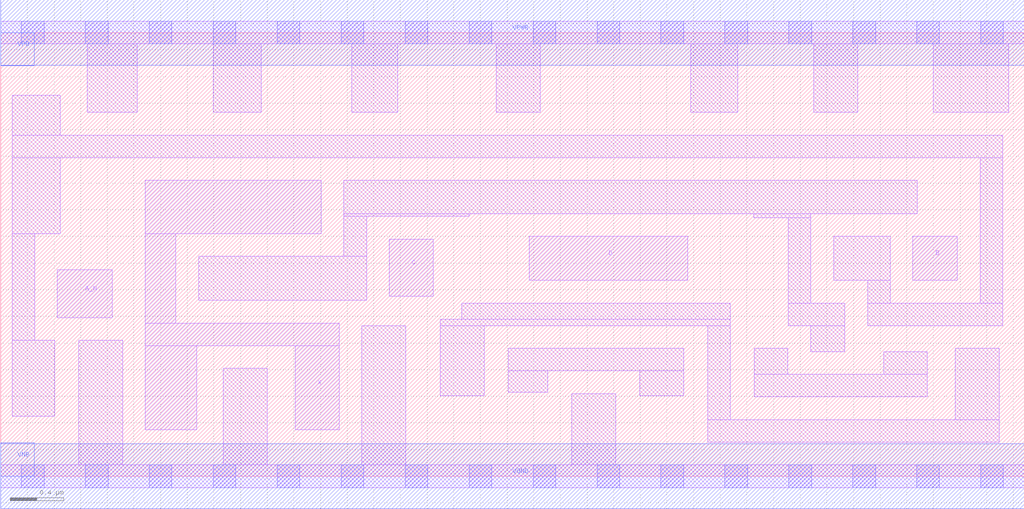
<source format=lef>
# Copyright 2020 The SkyWater PDK Authors
#
# Licensed under the Apache License, Version 2.0 (the "License");
# you may not use this file except in compliance with the License.
# You may obtain a copy of the License at
#
#     https://www.apache.org/licenses/LICENSE-2.0
#
# Unless required by applicable law or agreed to in writing, software
# distributed under the License is distributed on an "AS IS" BASIS,
# WITHOUT WARRANTIES OR CONDITIONS OF ANY KIND, either express or implied.
# See the License for the specific language governing permissions and
# limitations under the License.
#
# SPDX-License-Identifier: Apache-2.0

VERSION 5.5 ;
NAMESCASESENSITIVE ON ;
BUSBITCHARS "[]" ;
DIVIDERCHAR "/" ;
MACRO sky130_fd_sc_ms__and4b_4
  CLASS CORE ;
  SOURCE USER ;
  ORIGIN  0.000000  0.000000 ;
  SIZE  7.680000 BY  3.330000 ;
  SYMMETRY X Y ;
  SITE unit ;
  PIN A_N
    ANTENNAGATEAREA  0.246000 ;
    DIRECTION INPUT ;
    USE SIGNAL ;
    PORT
      LAYER li1 ;
        RECT 0.425000 1.190000 0.835000 1.550000 ;
    END
  END A_N
  PIN B
    ANTENNAGATEAREA  0.492000 ;
    DIRECTION INPUT ;
    USE SIGNAL ;
    PORT
      LAYER li1 ;
        RECT 6.845000 1.470000 7.180000 1.800000 ;
    END
  END B
  PIN C
    ANTENNAGATEAREA  0.492000 ;
    DIRECTION INPUT ;
    USE SIGNAL ;
    PORT
      LAYER li1 ;
        RECT 2.915000 1.350000 3.245000 1.780000 ;
    END
  END C
  PIN D
    ANTENNAGATEAREA  0.492000 ;
    DIRECTION INPUT ;
    USE SIGNAL ;
    PORT
      LAYER li1 ;
        RECT 3.965000 1.470000 5.155000 1.800000 ;
    END
  END D
  PIN X
    ANTENNADIFFAREA  1.209600 ;
    DIRECTION OUTPUT ;
    USE SIGNAL ;
    PORT
      LAYER li1 ;
        RECT 1.085000 0.350000 1.470000 0.980000 ;
        RECT 1.085000 0.980000 2.540000 1.150000 ;
        RECT 1.085000 1.150000 1.315000 1.820000 ;
        RECT 1.085000 1.820000 2.405000 2.220000 ;
        RECT 2.210000 0.350000 2.540000 0.980000 ;
    END
  END X
  PIN VGND
    DIRECTION INOUT ;
    USE GROUND ;
    PORT
      LAYER met1 ;
        RECT 0.000000 -0.245000 7.680000 0.245000 ;
    END
  END VGND
  PIN VNB
    DIRECTION INOUT ;
    USE GROUND ;
    PORT
      LAYER met1 ;
        RECT 0.000000 0.000000 0.250000 0.250000 ;
    END
  END VNB
  PIN VPB
    DIRECTION INOUT ;
    USE POWER ;
    PORT
      LAYER met1 ;
        RECT 0.000000 3.080000 0.250000 3.330000 ;
    END
  END VPB
  PIN VPWR
    DIRECTION INOUT ;
    USE POWER ;
    PORT
      LAYER met1 ;
        RECT 0.000000 3.085000 7.680000 3.575000 ;
    END
  END VPWR
  OBS
    LAYER li1 ;
      RECT 0.000000 -0.085000 7.680000 0.085000 ;
      RECT 0.000000  3.245000 7.680000 3.415000 ;
      RECT 0.085000  0.450000 0.405000 1.020000 ;
      RECT 0.085000  1.020000 0.255000 1.820000 ;
      RECT 0.085000  1.820000 0.445000 2.390000 ;
      RECT 0.085000  2.390000 7.520000 2.560000 ;
      RECT 0.085000  2.560000 0.445000 2.860000 ;
      RECT 0.585000  0.085000 0.915000 1.020000 ;
      RECT 0.650000  2.730000 1.025000 3.245000 ;
      RECT 1.485000  1.320000 2.745000 1.650000 ;
      RECT 1.595000  2.730000 1.955000 3.245000 ;
      RECT 1.670000  0.085000 2.000000 0.810000 ;
      RECT 2.575000  1.650000 2.745000 1.950000 ;
      RECT 2.575000  1.950000 3.515000 1.970000 ;
      RECT 2.575000  1.970000 6.880000 2.220000 ;
      RECT 2.635000  2.730000 2.980000 3.245000 ;
      RECT 2.710000  0.085000 3.040000 1.130000 ;
      RECT 3.300000  0.605000 3.630000 1.130000 ;
      RECT 3.300000  1.130000 5.475000 1.180000 ;
      RECT 3.460000  1.180000 5.475000 1.300000 ;
      RECT 3.720000  2.730000 4.050000 3.245000 ;
      RECT 3.810000  0.630000 4.105000 0.790000 ;
      RECT 3.810000  0.790000 5.125000 0.960000 ;
      RECT 4.285000  0.085000 4.615000 0.620000 ;
      RECT 4.795000  0.605000 5.125000 0.790000 ;
      RECT 5.180000  2.730000 5.530000 3.245000 ;
      RECT 5.305000  0.255000 7.495000 0.425000 ;
      RECT 5.305000  0.425000 5.475000 1.130000 ;
      RECT 5.650000  1.940000 6.080000 1.970000 ;
      RECT 5.655000  0.595000 6.955000 0.765000 ;
      RECT 5.655000  0.765000 5.905000 0.960000 ;
      RECT 5.910000  1.130000 6.335000 1.300000 ;
      RECT 5.910000  1.300000 6.080000 1.940000 ;
      RECT 6.080000  0.935000 6.335000 1.130000 ;
      RECT 6.100000  2.730000 6.430000 3.245000 ;
      RECT 6.250000  1.470000 6.675000 1.800000 ;
      RECT 6.505000  1.130000 7.520000 1.300000 ;
      RECT 6.505000  1.300000 6.675000 1.470000 ;
      RECT 6.625000  0.765000 6.955000 0.935000 ;
      RECT 7.000000  2.730000 7.565000 3.245000 ;
      RECT 7.165000  0.425000 7.495000 0.960000 ;
      RECT 7.350000  1.300000 7.520000 2.390000 ;
    LAYER mcon ;
      RECT 0.155000 -0.085000 0.325000 0.085000 ;
      RECT 0.155000  3.245000 0.325000 3.415000 ;
      RECT 0.635000 -0.085000 0.805000 0.085000 ;
      RECT 0.635000  3.245000 0.805000 3.415000 ;
      RECT 1.115000 -0.085000 1.285000 0.085000 ;
      RECT 1.115000  3.245000 1.285000 3.415000 ;
      RECT 1.595000 -0.085000 1.765000 0.085000 ;
      RECT 1.595000  3.245000 1.765000 3.415000 ;
      RECT 2.075000 -0.085000 2.245000 0.085000 ;
      RECT 2.075000  3.245000 2.245000 3.415000 ;
      RECT 2.555000 -0.085000 2.725000 0.085000 ;
      RECT 2.555000  3.245000 2.725000 3.415000 ;
      RECT 3.035000 -0.085000 3.205000 0.085000 ;
      RECT 3.035000  3.245000 3.205000 3.415000 ;
      RECT 3.515000 -0.085000 3.685000 0.085000 ;
      RECT 3.515000  3.245000 3.685000 3.415000 ;
      RECT 3.995000 -0.085000 4.165000 0.085000 ;
      RECT 3.995000  3.245000 4.165000 3.415000 ;
      RECT 4.475000 -0.085000 4.645000 0.085000 ;
      RECT 4.475000  3.245000 4.645000 3.415000 ;
      RECT 4.955000 -0.085000 5.125000 0.085000 ;
      RECT 4.955000  3.245000 5.125000 3.415000 ;
      RECT 5.435000 -0.085000 5.605000 0.085000 ;
      RECT 5.435000  3.245000 5.605000 3.415000 ;
      RECT 5.915000 -0.085000 6.085000 0.085000 ;
      RECT 5.915000  3.245000 6.085000 3.415000 ;
      RECT 6.395000 -0.085000 6.565000 0.085000 ;
      RECT 6.395000  3.245000 6.565000 3.415000 ;
      RECT 6.875000 -0.085000 7.045000 0.085000 ;
      RECT 6.875000  3.245000 7.045000 3.415000 ;
      RECT 7.355000 -0.085000 7.525000 0.085000 ;
      RECT 7.355000  3.245000 7.525000 3.415000 ;
  END
END sky130_fd_sc_ms__and4b_4
END LIBRARY

</source>
